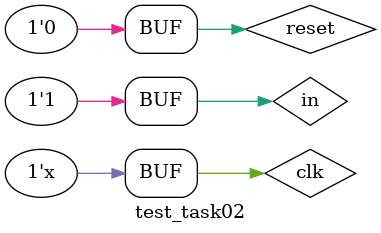
<source format=v>
`timescale 1ns / 1ps


module test_task02;

	// Inputs
	reg in;
	reg reset;
	reg clk;

	// Outputs
	wire out;

	// Instantiate the Unit Under Test (UUT)
	task02 uut (
		.in(in), 
		.reset(reset), 
		.clk(clk), 
		.out(out)
	);
	
	always begin
        #5 clk = ~clk;
   end

	initial begin
		// Initialize Inputs
		in = 1;
		reset = 1;
		clk = 0;

		// Wait 100 ns for global reset to finish
		#10;
		reset = 0;
        
		// Add stimulus here

	end
      
endmodule


</source>
